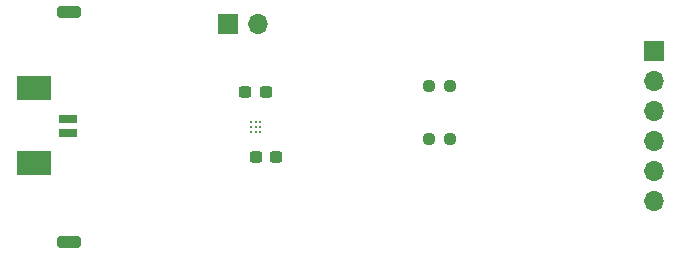
<source format=gts>
%TF.GenerationSoftware,KiCad,Pcbnew,8.0.3*%
%TF.CreationDate,2024-06-23T18:33:08+02:00*%
%TF.ProjectId,MAX17262-breakout,4d415831-3732-4363-922d-627265616b6f,rev?*%
%TF.SameCoordinates,Original*%
%TF.FileFunction,Soldermask,Top*%
%TF.FilePolarity,Negative*%
%FSLAX46Y46*%
G04 Gerber Fmt 4.6, Leading zero omitted, Abs format (unit mm)*
G04 Created by KiCad (PCBNEW 8.0.3) date 2024-06-23 18:33:08*
%MOMM*%
%LPD*%
G01*
G04 APERTURE LIST*
G04 Aperture macros list*
%AMRoundRect*
0 Rectangle with rounded corners*
0 $1 Rounding radius*
0 $2 $3 $4 $5 $6 $7 $8 $9 X,Y pos of 4 corners*
0 Add a 4 corners polygon primitive as box body*
4,1,4,$2,$3,$4,$5,$6,$7,$8,$9,$2,$3,0*
0 Add four circle primitives for the rounded corners*
1,1,$1+$1,$2,$3*
1,1,$1+$1,$4,$5*
1,1,$1+$1,$6,$7*
1,1,$1+$1,$8,$9*
0 Add four rect primitives between the rounded corners*
20,1,$1+$1,$2,$3,$4,$5,0*
20,1,$1+$1,$4,$5,$6,$7,0*
20,1,$1+$1,$6,$7,$8,$9,0*
20,1,$1+$1,$8,$9,$2,$3,0*%
G04 Aperture macros list end*
%ADD10C,0.216000*%
%ADD11R,1.700000X1.700000*%
%ADD12O,1.700000X1.700000*%
%ADD13RoundRect,0.250000X0.750000X-0.250000X0.750000X0.250000X-0.750000X0.250000X-0.750000X-0.250000X0*%
%ADD14RoundRect,0.237500X-0.250000X-0.237500X0.250000X-0.237500X0.250000X0.237500X-0.250000X0.237500X0*%
%ADD15RoundRect,0.237500X-0.300000X-0.237500X0.300000X-0.237500X0.300000X0.237500X-0.300000X0.237500X0*%
%ADD16R,1.600000X0.800000*%
%ADD17R,3.000000X2.100000*%
%ADD18RoundRect,0.237500X0.250000X0.237500X-0.250000X0.237500X-0.250000X-0.237500X0.250000X-0.237500X0*%
%ADD19RoundRect,0.237500X0.300000X0.237500X-0.300000X0.237500X-0.300000X-0.237500X0.300000X-0.237500X0*%
G04 APERTURE END LIST*
D10*
%TO.C,IC1*%
X81875000Y-90350000D03*
X82275000Y-90350000D03*
X82675000Y-90350000D03*
X81875000Y-90750000D03*
X82275000Y-90750000D03*
X82675000Y-90750000D03*
X81875000Y-91150000D03*
X82275000Y-91150000D03*
X82675000Y-91150000D03*
%TD*%
D11*
%TO.C,J4*%
X79960000Y-82000000D03*
D12*
X82500000Y-82000000D03*
%TD*%
D13*
%TO.C,J3*%
X66500000Y-100500000D03*
%TD*%
D14*
%TO.C,R1*%
X96925000Y-87250000D03*
X98750000Y-87250000D03*
%TD*%
D15*
%TO.C,C1*%
X81412500Y-87800000D03*
X83137500Y-87800000D03*
%TD*%
D13*
%TO.C,J2*%
X66500000Y-81000000D03*
%TD*%
D16*
%TO.C,J1*%
X66400000Y-90050000D03*
X66400000Y-91300000D03*
D17*
X63500000Y-87500000D03*
X63500000Y-93850000D03*
%TD*%
D11*
%TO.C,J5*%
X116000000Y-84325000D03*
D12*
X116000000Y-86865000D03*
X116000000Y-89405000D03*
X116000000Y-91945000D03*
X116000000Y-94485000D03*
X116000000Y-97025000D03*
%TD*%
D18*
%TO.C,R2*%
X98753242Y-91746195D03*
X96928242Y-91746195D03*
%TD*%
D19*
%TO.C,C2*%
X84029613Y-93293801D03*
X82304613Y-93293801D03*
%TD*%
M02*

</source>
